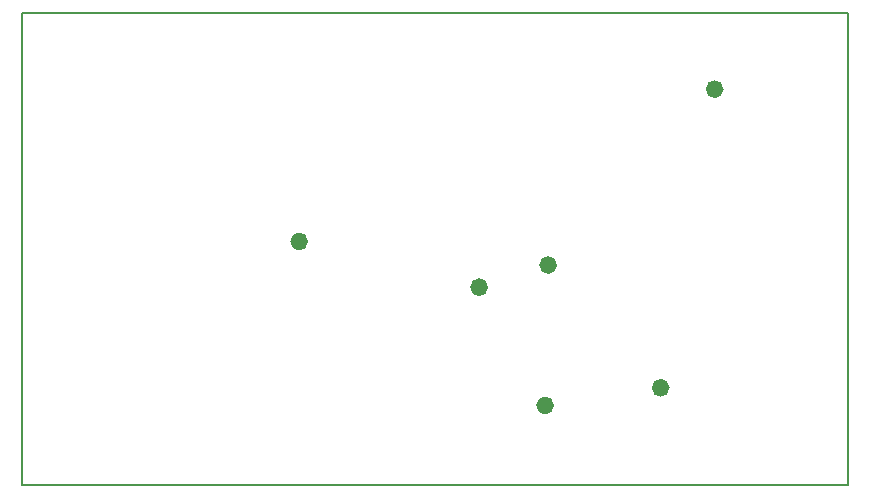
<source format=gbr>
G04 #@! TF.FileFunction,Glue,Bot*
%FSLAX46Y46*%
G04 Gerber Fmt 4.6, Leading zero omitted, Abs format (unit mm)*
G04 Created by KiCad (PCBNEW 4.0.5-e0-6337~49~ubuntu14.04.1) date Mon Feb 13 19:11:43 2017*
%MOMM*%
%LPD*%
G01*
G04 APERTURE LIST*
%ADD10C,0.150000*%
%ADD11C,0.381000*%
G04 APERTURE END LIST*
D10*
X113080800Y-121716800D02*
X183057800Y-121716800D01*
X183057800Y-81711800D02*
X183057800Y-121711800D01*
X113080800Y-81711800D02*
X113080800Y-121711800D01*
X113080800Y-81711800D02*
X183080800Y-81711800D01*
D11*
X172305980Y-88188800D02*
G75*
G03X172305980Y-88188800I-551180J0D01*
G01*
X171955460Y-88188800D02*
G75*
G03X171955460Y-88188800I-200660J0D01*
G01*
X137126980Y-101079300D02*
G75*
G03X137126980Y-101079300I-551180J0D01*
G01*
X136776460Y-101079300D02*
G75*
G03X136776460Y-101079300I-200660J0D01*
G01*
X167733980Y-113461800D02*
G75*
G03X167733980Y-113461800I-551180J0D01*
G01*
X167383460Y-113461800D02*
G75*
G03X167383460Y-113461800I-200660J0D01*
G01*
X152366980Y-104952800D02*
G75*
G03X152366980Y-104952800I-551180J0D01*
G01*
X152016460Y-104952800D02*
G75*
G03X152016460Y-104952800I-200660J0D01*
G01*
X158208980Y-103073200D02*
G75*
G03X158208980Y-103073200I-551180J0D01*
G01*
X157858460Y-103073200D02*
G75*
G03X157858460Y-103073200I-200660J0D01*
G01*
X157954980Y-114960400D02*
G75*
G03X157954980Y-114960400I-551180J0D01*
G01*
X157604460Y-114960400D02*
G75*
G03X157604460Y-114960400I-200660J0D01*
G01*
M02*

</source>
